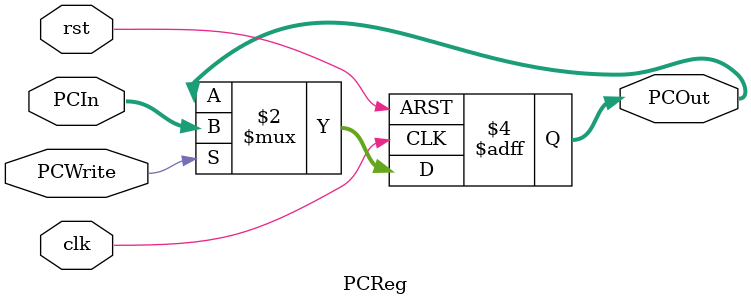
<source format=v>
module PCReg (
    output reg [15:0] PCOut,
    input [15:0] PCIn,
    input clk,
    input rst,
    input PCWrite
);

    always @(posedge clk or posedge rst) begin
        if (rst)
            PCOut <= 16'b0000000000000000;
        else if (PCWrite)
            PCOut <= PCIn;
    end

endmodule

</source>
